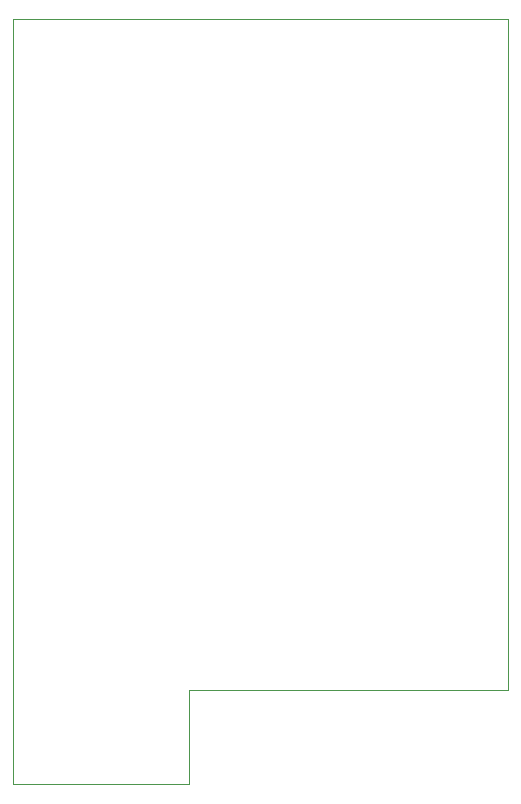
<source format=gbr>
%FSLAX34Y34*%
%MOMM*%
%LNOUTLINE*%
G71*
G01*
%ADD10C, 0.10*%
%LPD*%
G54D10*
X95250Y977900D02*
X95250Y330200D01*
G54D10*
X95250Y977900D02*
X514350Y977900D01*
G54D10*
X95250Y330200D02*
X244475Y330200D01*
G54D10*
X244475Y330200D02*
X244475Y409575D01*
G54D10*
X244475Y409575D02*
X514350Y409575D01*
G54D10*
X514350Y977900D02*
X514350Y409575D01*
M02*

</source>
